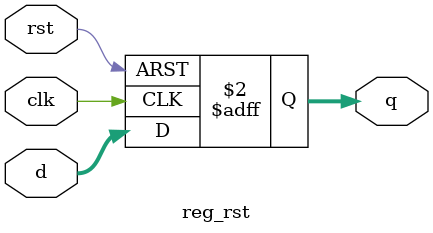
<source format=v>

module reg_rst #(
  parameter Width = 8
) (
  input                  clk,  
  input                  rst, 
  input      [Width-1:0] d,     
  output reg [Width-1:0] q      
);

  always @(posedge clk, posedge rst) begin   
    if (rst)   
      q <= 0;    
    else 
      q <= d;     
  end

endmodule
</source>
